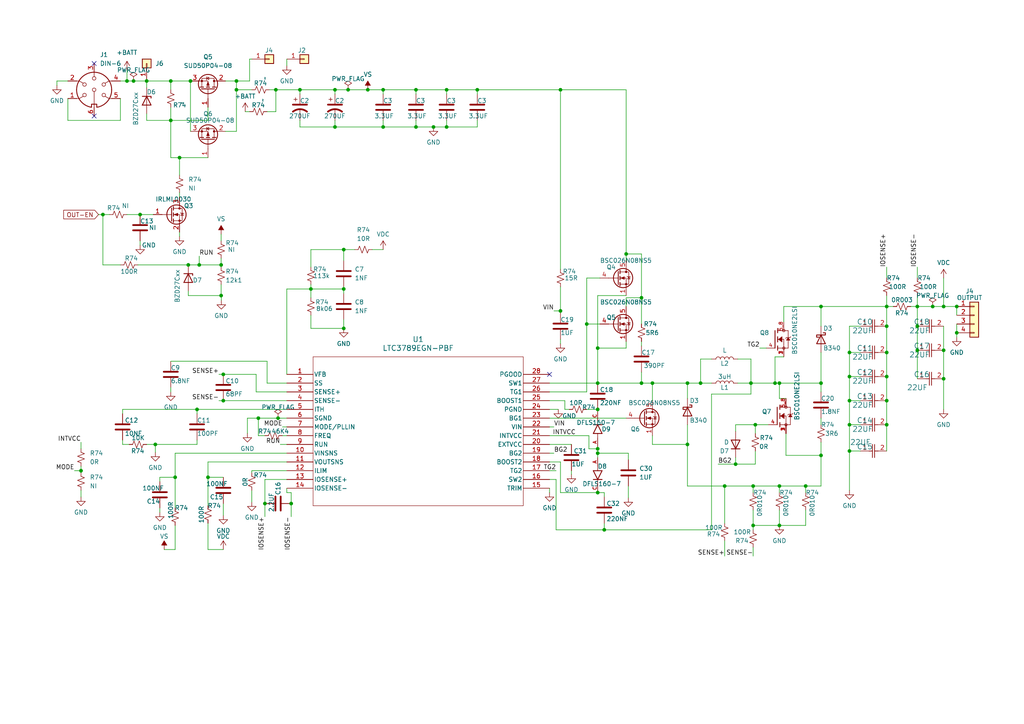
<source format=kicad_sch>
(kicad_sch (version 20230121) (generator eeschema)
  (paper "A4")
  (junction (at 80.01 26.035))
  (junction (at 74.93 121.285))
  (junction (at 219.075 123.19))
  (junction (at 120.65 36.83))
  (junction (at 76.835 146.05))
  (junction (at 273.685 101.6))
  (junction (at 203.2 111.125))
  (junction (at 226.06 152.4))
  (junction (at 173.355 100.965))
  (junction (at 64.135 76.835))
  (junction (at 64.135 85.725))
  (junction (at 218.44 152.4))
  (junction (at 210.185 140.97))
  (junction (at 138.43 26.035))
  (junction (at 55.245 23.495))
  (junction (at 186.055 86.36))
  (junction (at 238.125 132.08))
  (junction (at 246.38 130.81))
  (junction (at 226.06 111.125))
  (junction (at 173.355 118.745))
  (junction (at 84.455 146.05))
  (junction (at 86.995 26.035))
  (junction (at 273.685 109.855))
  (junction (at 238.125 88.9))
  (junction (at 40.64 62.23))
  (junction (at 173.355 131.445))
  (junction (at 257.175 123.19))
  (junction (at 173.355 111.125))
  (junction (at 189.23 111.125))
  (junction (at 257.175 116.205))
  (junction (at 120.65 26.035))
  (junction (at 60.325 138.43))
  (junction (at 217.805 111.125))
  (junction (at 68.58 23.495))
  (junction (at 246.38 109.22))
  (junction (at 57.785 76.835))
  (junction (at 64.77 108.585))
  (junction (at 49.53 34.925))
  (junction (at 162.56 90.17))
  (junction (at 42.545 23.495))
  (junction (at 64.77 116.205))
  (junction (at 266.065 94.615))
  (junction (at 257.175 102.235))
  (junction (at 277.495 96.52))
  (junction (at 57.15 118.745))
  (junction (at 257.175 109.22))
  (junction (at 257.175 88.9))
  (junction (at 173.355 142.875))
  (junction (at 266.065 101.6))
  (junction (at 270.51 88.9))
  (junction (at 36.83 23.495))
  (junction (at 266.065 88.9))
  (junction (at 186.055 111.125))
  (junction (at 238.125 111.125))
  (junction (at 224.79 111.125))
  (junction (at 99.695 83.82))
  (junction (at 199.39 128.905))
  (junction (at 213.36 134.62))
  (junction (at 246.38 102.235))
  (junction (at 173.355 130.175))
  (junction (at 246.38 116.205))
  (junction (at 181.61 73.66))
  (junction (at 175.26 153.67))
  (junction (at 218.44 140.97))
  (junction (at 246.38 123.19))
  (junction (at 97.155 26.035))
  (junction (at 52.07 45.72))
  (junction (at 233.68 140.97))
  (junction (at 80.645 121.285))
  (junction (at 29.845 62.23))
  (junction (at 49.53 23.495))
  (junction (at 68.58 26.035))
  (junction (at 23.495 136.525))
  (junction (at 38.735 23.495))
  (junction (at 100.965 26.035))
  (junction (at 257.175 94.615))
  (junction (at 129.54 36.83))
  (junction (at 199.39 111.125))
  (junction (at 129.54 26.035))
  (junction (at 106.68 26.035))
  (junction (at 97.155 36.83))
  (junction (at 50.8 138.43))
  (junction (at 111.125 36.83))
  (junction (at 111.125 26.035))
  (junction (at 90.17 83.82))
  (junction (at 226.06 140.97))
  (junction (at 45.0596 128.905))
  (junction (at 170.18 93.98))
  (junction (at 99.695 95.25))
  (junction (at 273.685 88.9))
  (junction (at 54.61 76.835))
  (junction (at 99.695 72.39))
  (junction (at 162.56 26.035))
  (junction (at 277.495 88.9))
  (junction (at 125.73 36.83))
  (no_connect (at 27.305 33.655))
  (no_connect (at 159.385 108.585))
  (no_connect (at 27.305 18.415))
  (wire (pts (xy 49.53 31.115) (xy 49.53 34.925)))
  (wire (pts (xy 52.07 45.72) (xy 49.53 45.72)))
  (wire (pts (xy 217.805 114.3) (xy 217.805 111.125)))
  (wire (pts (xy 238.125 88.9) (xy 227.33 88.9)))
  (wire (pts (xy 138.43 26.035) (xy 138.43 27.305)))
  (wire (pts (xy 257.175 77.47) (xy 257.175 80.645)))
  (wire (pts (xy 162.56 142.875) (xy 173.355 142.875)))
  (wire (pts (xy 162.56 133.985) (xy 162.56 142.875)))
  (wire (pts (xy 77.47 104.775) (xy 49.53 104.775)))
  (wire (pts (xy 159.385 139.065) (xy 161.29 139.065)))
  (wire (pts (xy 35.56 128.905) (xy 37.465 128.905)))
  (wire (pts (xy 36.83 62.23) (xy 40.64 62.23)))
  (wire (pts (xy 28.575 62.23) (xy 29.845 62.23)))
  (wire (pts (xy 159.385 121.285) (xy 181.61 121.285)))
  (wire (pts (xy 173.355 130.175) (xy 173.355 131.445)))
  (wire (pts (xy 224.79 111.125) (xy 226.06 111.125)))
  (wire (pts (xy 49.53 45.72) (xy 49.53 34.925)))
  (wire (pts (xy 227.965 132.08) (xy 238.125 132.08)))
  (wire (pts (xy 23.495 128.27) (xy 23.495 130.175)))
  (wire (pts (xy 218.44 147.955) (xy 218.44 152.4)))
  (wire (pts (xy 246.38 102.235) (xy 249.555 102.235)))
  (wire (pts (xy 54.61 76.835) (xy 57.785 76.835)))
  (wire (pts (xy 163.83 116.205) (xy 163.83 118.745)))
  (wire (pts (xy 277.495 93.98) (xy 277.495 96.52)))
  (wire (pts (xy 19.685 28.575) (xy 19.685 34.925)))
  (wire (pts (xy 233.68 140.97) (xy 233.68 142.875)))
  (wire (pts (xy 170.18 93.98) (xy 173.99 93.98)))
  (wire (pts (xy 249.555 94.615) (xy 246.38 94.615)))
  (wire (pts (xy 72.39 17.145) (xy 72.39 23.495)))
  (wire (pts (xy 186.055 73.66) (xy 186.055 86.36)))
  (wire (pts (xy 199.39 111.125) (xy 203.2 111.125)))
  (wire (pts (xy 217.805 111.125) (xy 224.79 111.125)))
  (wire (pts (xy 189.23 128.905) (xy 189.23 126.365)))
  (wire (pts (xy 186.055 99.06) (xy 186.055 100.33)))
  (wire (pts (xy 173.355 111.125) (xy 186.055 111.125)))
  (wire (pts (xy 64.135 67.945) (xy 64.135 69.85)))
  (wire (pts (xy 68.58 23.495) (xy 72.39 23.495)))
  (wire (pts (xy 42.545 128.905) (xy 45.0596 128.905)))
  (wire (pts (xy 44.45 62.23) (xy 40.64 62.23)))
  (wire (pts (xy 60.325 138.43) (xy 60.325 146.685)))
  (wire (pts (xy 38.735 23.495) (xy 42.545 23.495)))
  (wire (pts (xy 210.185 140.97) (xy 210.185 151.765)))
  (wire (pts (xy 213.36 134.62) (xy 213.36 132.715)))
  (wire (pts (xy 64.77 108.585) (xy 74.295 108.585)))
  (wire (pts (xy 182.245 131.445) (xy 173.355 131.445)))
  (wire (pts (xy 64.135 74.93) (xy 64.135 76.835)))
  (wire (pts (xy 219.075 123.19) (xy 219.075 125.73)))
  (wire (pts (xy 52.07 67.31) (xy 52.07 68.58)))
  (wire (pts (xy 226.06 111.125) (xy 238.125 111.125)))
  (wire (pts (xy 21.59 136.525) (xy 23.495 136.525)))
  (wire (pts (xy 257.175 123.19) (xy 257.175 130.81)))
  (wire (pts (xy 206.375 114.3) (xy 217.805 114.3)))
  (wire (pts (xy 80.01 32.385) (xy 80.01 26.035)))
  (wire (pts (xy 203.2 111.125) (xy 206.375 111.125)))
  (wire (pts (xy 77.47 32.385) (xy 80.01 32.385)))
  (wire (pts (xy 36.83 23.495) (xy 38.735 23.495)))
  (wire (pts (xy 227.33 88.9) (xy 227.33 93.345)))
  (wire (pts (xy 266.065 85.725) (xy 266.065 88.9)))
  (wire (pts (xy 181.61 100.965) (xy 173.355 100.965)))
  (wire (pts (xy 84.455 142.875) (xy 84.455 146.05)))
  (wire (pts (xy 76.835 146.05) (xy 76.835 139.065)))
  (wire (pts (xy 73.025 142.24) (xy 73.025 145.6182)))
  (wire (pts (xy 217.805 104.14) (xy 217.805 111.125)))
  (wire (pts (xy 57.15 118.745) (xy 83.185 118.745)))
  (wire (pts (xy 257.175 88.9) (xy 238.125 88.9)))
  (wire (pts (xy 64.135 82.55) (xy 64.135 85.725)))
  (wire (pts (xy 138.43 26.035) (xy 162.56 26.035)))
  (wire (pts (xy 213.995 111.125) (xy 217.805 111.125)))
  (wire (pts (xy 83.185 142.875) (xy 84.455 142.875)))
  (wire (pts (xy 246.38 109.22) (xy 246.38 116.205)))
  (wire (pts (xy 270.51 88.9) (xy 273.685 88.9)))
  (wire (pts (xy 161.29 139.065) (xy 161.29 153.67)))
  (wire (pts (xy 111.125 26.035) (xy 111.125 27.305)))
  (wire (pts (xy 266.065 94.615) (xy 266.065 101.6)))
  (wire (pts (xy 46.355 147.32) (xy 46.355 148.59)))
  (wire (pts (xy 100.965 26.035) (xy 106.68 26.035)))
  (wire (pts (xy 159.385 126.365) (xy 170.815 126.365)))
  (wire (pts (xy 84.455 146.05) (xy 84.455 149.86)))
  (wire (pts (xy 186.055 111.125) (xy 189.23 111.125)))
  (wire (pts (xy 219.075 123.19) (xy 222.885 123.19)))
  (wire (pts (xy 227.965 125.73) (xy 227.965 132.08)))
  (wire (pts (xy 175.26 142.875) (xy 175.26 144.145)))
  (wire (pts (xy 60.325 34.925) (xy 49.53 34.925)))
  (wire (pts (xy 54.61 84.455) (xy 54.61 85.725)))
  (wire (pts (xy 175.26 151.765) (xy 175.26 153.67)))
  (wire (pts (xy 64.77 116.205) (xy 83.185 116.205)))
  (wire (pts (xy 175.26 153.67) (xy 206.375 153.67)))
  (wire (pts (xy 173.355 129.54) (xy 173.355 130.175)))
  (wire (pts (xy 181.61 85.725) (xy 173.355 85.725)))
  (wire (pts (xy 246.38 94.615) (xy 246.38 102.235)))
  (wire (pts (xy 35.56 118.745) (xy 57.15 118.745)))
  (wire (pts (xy 170.815 126.365) (xy 170.815 130.175)))
  (wire (pts (xy 90.17 91.44) (xy 90.17 95.25)))
  (wire (pts (xy 246.38 123.19) (xy 249.555 123.19)))
  (wire (pts (xy 40.005 76.835) (xy 54.61 76.835)))
  (wire (pts (xy 42.545 23.495) (xy 49.53 23.495)))
  (wire (pts (xy 238.125 88.9) (xy 238.125 94.615)))
  (wire (pts (xy 162.56 98.425) (xy 162.56 99.695)))
  (wire (pts (xy 199.39 123.19) (xy 199.39 128.905)))
  (wire (pts (xy 273.685 88.9) (xy 277.495 88.9)))
  (wire (pts (xy 52.07 55.88) (xy 52.07 57.15)))
  (wire (pts (xy 64.1858 87.122) (xy 64.1858 85.725)))
  (wire (pts (xy 60.325 138.43) (xy 60.325 133.985)))
  (wire (pts (xy 16.51 23.495) (xy 19.685 23.495)))
  (wire (pts (xy 90.17 72.39) (xy 99.695 72.39)))
  (wire (pts (xy 120.65 26.035) (xy 129.54 26.035)))
  (wire (pts (xy 23.495 136.525) (xy 23.495 137.16)))
  (wire (pts (xy 159.385 116.205) (xy 163.83 116.205)))
  (wire (pts (xy 219.075 130.81) (xy 219.075 134.62)))
  (wire (pts (xy 257.175 109.22) (xy 257.175 116.205)))
  (wire (pts (xy 64.1858 85.725) (xy 64.135 85.725)))
  (wire (pts (xy 81.915 123.825) (xy 83.185 123.825)))
  (wire (pts (xy 159.385 131.445) (xy 160.655 131.445)))
  (wire (pts (xy 83.185 17.145) (xy 83.185 19.05)))
  (wire (pts (xy 182.245 140.97) (xy 182.245 144.399)))
  (wire (pts (xy 199.39 140.97) (xy 199.39 128.905)))
  (wire (pts (xy 78.105 26.035) (xy 80.01 26.035)))
  (wire (pts (xy 60.325 138.43) (xy 64.77 138.43)))
  (wire (pts (xy 222.25 100.965) (xy 220.345 100.965)))
  (wire (pts (xy 57.785 74.295) (xy 57.785 76.835)))
  (wire (pts (xy 16.51 24.765) (xy 16.51 23.495)))
  (wire (pts (xy 86.995 26.035) (xy 86.995 27.305)))
  (wire (pts (xy 99.695 92.71) (xy 99.695 95.25)))
  (wire (pts (xy 173.355 118.745) (xy 173.355 119.38)))
  (wire (pts (xy 257.175 85.725) (xy 257.175 88.9)))
  (wire (pts (xy 226.06 140.97) (xy 226.06 142.875)))
  (wire (pts (xy 170.18 118.745) (xy 173.355 118.745)))
  (wire (pts (xy 63.5 116.205) (xy 64.77 116.205)))
  (wire (pts (xy 257.175 88.9) (xy 257.175 94.615)))
  (wire (pts (xy 170.815 130.175) (xy 173.355 130.175)))
  (wire (pts (xy 189.23 111.125) (xy 189.23 116.205)))
  (wire (pts (xy 71.755 121.285) (xy 71.755 125.6792)))
  (wire (pts (xy 173.355 100.965) (xy 173.355 111.125)))
  (wire (pts (xy 52.07 45.72) (xy 52.07 50.8)))
  (wire (pts (xy 65.405 23.495) (xy 68.58 23.495)))
  (wire (pts (xy 159.385 128.905) (xy 165.735 128.905)))
  (wire (pts (xy 46.355 138.43) (xy 46.355 139.7)))
  (wire (pts (xy 99.695 72.39) (xy 102.87 72.39)))
  (wire (pts (xy 111.125 34.925) (xy 111.125 36.83)))
  (wire (pts (xy 277.495 88.9) (xy 277.495 91.44)))
  (wire (pts (xy 97.155 26.035) (xy 100.965 26.035)))
  (wire (pts (xy 227.33 103.505) (xy 224.79 103.505)))
  (wire (pts (xy 226.06 140.97) (xy 218.44 140.97)))
  (wire (pts (xy 213.36 125.095) (xy 213.36 123.19)))
  (wire (pts (xy 42.545 34.925) (xy 42.545 33.02)))
  (wire (pts (xy 129.54 36.83) (xy 138.43 36.83)))
  (wire (pts (xy 29.845 76.835) (xy 34.925 76.835)))
  (wire (pts (xy 90.17 83.82) (xy 90.17 86.36)))
  (wire (pts (xy 218.44 158.75) (xy 218.44 161.29)))
  (wire (pts (xy 186.055 107.95) (xy 186.055 111.125)))
  (wire (pts (xy 73.025 137.16) (xy 73.025 136.525)))
  (wire (pts (xy 50.8 152.4) (xy 50.8 159.385)))
  (wire (pts (xy 181.61 99.06) (xy 181.61 100.965)))
  (wire (pts (xy 162.56 90.17) (xy 160.655 90.17)))
  (wire (pts (xy 246.38 130.81) (xy 246.38 142.24)))
  (wire (pts (xy 226.06 115.57) (xy 226.06 111.125)))
  (wire (pts (xy 73.025 136.525) (xy 83.185 136.525)))
  (wire (pts (xy 83.185 111.125) (xy 77.47 111.125)))
  (wire (pts (xy 111.125 26.035) (xy 120.65 26.035)))
  (wire (pts (xy 273.685 94.615) (xy 273.685 101.6)))
  (wire (pts (xy 266.065 88.9) (xy 270.51 88.9)))
  (wire (pts (xy 68.58 26.035) (xy 68.58 38.1)))
  (wire (pts (xy 218.44 152.4) (xy 218.44 153.67)))
  (wire (pts (xy 50.8 131.445) (xy 83.185 131.445)))
  (wire (pts (xy 60.325 133.985) (xy 83.185 133.985)))
  (wire (pts (xy 19.685 34.925) (xy 34.925 34.925)))
  (wire (pts (xy 257.175 116.205) (xy 257.175 123.19)))
  (wire (pts (xy 86.995 26.035) (xy 97.155 26.035)))
  (wire (pts (xy 49.53 112.395) (xy 49.53 113.665)))
  (wire (pts (xy 81.915 126.365) (xy 83.185 126.365)))
  (wire (pts (xy 161.29 136.525) (xy 159.385 136.525)))
  (wire (pts (xy 238.125 132.08) (xy 238.125 140.97)))
  (wire (pts (xy 60.325 45.72) (xy 52.07 45.72)))
  (wire (pts (xy 206.375 153.67) (xy 206.375 114.3)))
  (wire (pts (xy 224.79 103.505) (xy 224.79 111.125)))
  (wire (pts (xy 54.61 85.725) (xy 64.135 85.725)))
  (wire (pts (xy 173.355 85.725) (xy 173.355 100.965)))
  (wire (pts (xy 97.155 34.925) (xy 97.155 36.83)))
  (wire (pts (xy 199.39 128.905) (xy 189.23 128.905)))
  (wire (pts (xy 46.355 138.43) (xy 50.8 138.43)))
  (wire (pts (xy 161.29 153.67) (xy 175.26 153.67)))
  (wire (pts (xy 83.185 141.605) (xy 83.185 142.875)))
  (wire (pts (xy 74.93 121.285) (xy 80.645 121.285)))
  (wire (pts (xy 159.385 118.745) (xy 161.925 118.745)))
  (wire (pts (xy 36.83 20.32) (xy 36.83 23.495)))
  (wire (pts (xy 83.185 108.585) (xy 83.185 83.82)))
  (wire (pts (xy 199.39 111.125) (xy 199.39 115.57)))
  (wire (pts (xy 264.16 88.9) (xy 266.065 88.9)))
  (wire (pts (xy 68.58 26.035) (xy 73.025 26.035)))
  (wire (pts (xy 213.995 104.14) (xy 217.805 104.14)))
  (wire (pts (xy 90.17 83.82) (xy 99.695 83.82)))
  (wire (pts (xy 246.38 102.235) (xy 246.38 109.22)))
  (wire (pts (xy 99.695 72.39) (xy 99.695 75.565)))
  (wire (pts (xy 97.155 36.83) (xy 111.125 36.83)))
  (wire (pts (xy 257.175 102.235) (xy 257.175 109.22)))
  (wire (pts (xy 83.185 83.82) (xy 90.17 83.82)))
  (wire (pts (xy 238.125 132.08) (xy 238.125 128.27)))
  (wire (pts (xy 246.38 116.205) (xy 249.555 116.205)))
  (wire (pts (xy 246.38 116.205) (xy 246.38 123.19)))
  (wire (pts (xy 218.44 140.97) (xy 218.44 142.875)))
  (wire (pts (xy 49.53 23.495) (xy 55.245 23.495)))
  (wire (pts (xy 186.055 86.36) (xy 186.055 93.98)))
  (wire (pts (xy 29.845 62.23) (xy 31.75 62.23)))
  (wire (pts (xy 90.17 95.25) (xy 99.695 95.25)))
  (wire (pts (xy 186.055 73.66) (xy 181.61 73.66)))
  (wire (pts (xy 80.645 121.285) (xy 83.185 121.285)))
  (wire (pts (xy 210.185 140.97) (xy 199.39 140.97)))
  (wire (pts (xy 81.28 128.905) (xy 83.185 128.905)))
  (wire (pts (xy 34.925 34.925) (xy 34.925 28.575)))
  (wire (pts (xy 259.08 88.9) (xy 257.175 88.9)))
  (wire (pts (xy 45.0596 128.905) (xy 57.15 128.905)))
  (wire (pts (xy 77.47 111.125) (xy 77.47 104.775)))
  (wire (pts (xy 246.38 130.81) (xy 249.555 130.81)))
  (wire (pts (xy 210.185 156.845) (xy 210.185 161.29)))
  (wire (pts (xy 226.06 152.4) (xy 233.68 152.4)))
  (wire (pts (xy 159.385 111.125) (xy 173.355 111.125)))
  (wire (pts (xy 45.0596 128.905) (xy 45.0596 131.191)))
  (wire (pts (xy 203.2 104.14) (xy 206.375 104.14)))
  (wire (pts (xy 47.625 159.385) (xy 50.8 159.385)))
  (wire (pts (xy 266.065 101.6) (xy 266.065 109.855)))
  (wire (pts (xy 76.835 146.05) (xy 76.835 149.86)))
  (wire (pts (xy 129.54 34.925) (xy 129.54 36.83)))
  (wire (pts (xy 64.135 76.835) (xy 64.135 77.47)))
  (wire (pts (xy 106.68 26.035) (xy 111.125 26.035)))
  (wire (pts (xy 50.8 138.43) (xy 50.8 147.32)))
  (wire (pts (xy 170.18 80.645) (xy 170.18 93.98)))
  (wire (pts (xy 246.38 109.22) (xy 249.555 109.22)))
  (wire (pts (xy 218.44 152.4) (xy 226.06 152.4)))
  (wire (pts (xy 257.175 94.615) (xy 257.175 102.235)))
  (wire (pts (xy 246.38 123.19) (xy 246.38 130.81)))
  (wire (pts (xy 64.77 159.385) (xy 60.325 159.385)))
  (wire (pts (xy 80.01 26.035) (xy 86.995 26.035)))
  (wire (pts (xy 97.155 26.035) (xy 97.155 27.305)))
  (wire (pts (xy 125.73 36.83) (xy 129.54 36.83)))
  (wire (pts (xy 159.385 113.665) (xy 170.18 113.665)))
  (wire (pts (xy 181.61 88.9) (xy 181.61 86.36)))
  (wire (pts (xy 68.58 23.495) (xy 68.58 26.035)))
  (wire (pts (xy 120.65 36.83) (xy 125.73 36.83)))
  (wire (pts (xy 233.68 152.4) (xy 233.68 147.955)))
  (wire (pts (xy 163.83 118.745) (xy 165.1 118.745)))
  (wire (pts (xy 23.495 142.24) (xy 23.495 144.145)))
  (wire (pts (xy 159.385 123.825) (xy 160.655 123.825)))
  (wire (pts (xy 159.385 141.605) (xy 159.385 142.875)))
  (wire (pts (xy 76.835 139.065) (xy 83.185 139.065)))
  (wire (pts (xy 233.68 140.97) (xy 226.06 140.97)))
  (wire (pts (xy 173.355 131.445) (xy 173.355 132.715)))
  (wire (pts (xy 42.545 34.925) (xy 49.53 34.925)))
  (wire (pts (xy 277.495 96.52) (xy 277.495 97.79)))
  (wire (pts (xy 23.495 135.255) (xy 23.495 136.525)))
  (wire (pts (xy 238.125 140.97) (xy 233.68 140.97)))
  (wire (pts (xy 170.18 93.98) (xy 170.18 113.665)))
  (wire (pts (xy 165.735 136.525) (xy 165.735 137.5918)))
  (wire (pts (xy 57.785 76.835) (xy 64.135 76.835)))
  (wire (pts (xy 120.65 26.035) (xy 120.65 27.305)))
  (wire (pts (xy 49.53 23.495) (xy 49.53 26.035)))
  (wire (pts (xy 29.845 62.23) (xy 29.845 76.835)))
  (wire (pts (xy 34.925 23.495) (xy 36.83 23.495)))
  (wire (pts (xy 74.295 108.585) (xy 74.295 113.665)))
  (wire (pts (xy 120.65 34.925) (xy 120.65 36.83)))
  (wire (pts (xy 73.025 17.145) (xy 72.39 17.145)))
  (wire (pts (xy 238.125 121.285) (xy 238.125 123.19)))
  (wire (pts (xy 162.56 90.17) (xy 162.56 90.805)))
  (wire (pts (xy 189.23 111.125) (xy 199.39 111.125)))
  (wire (pts (xy 181.61 73.66) (xy 181.61 75.565)))
  (wire (pts (xy 273.685 80.645) (xy 273.685 88.9)))
  (wire (pts (xy 86.995 34.925) (xy 86.995 36.83)))
  (wire (pts (xy 65.405 38.1) (xy 68.58 38.1)))
  (wire (pts (xy 76.835 126.365) (xy 74.93 126.365)))
  (wire (pts (xy 162.56 83.185) (xy 162.56 90.17)))
  (wire (pts (xy 60.325 151.765) (xy 60.325 159.385)))
  (wire (pts (xy 138.43 36.83) (xy 138.43 34.925)))
  (wire (pts (xy 71.755 121.285) (xy 74.93 121.285)))
  (wire (pts (xy 99.695 83.82) (xy 99.695 85.09)))
  (wire (pts (xy 213.36 123.19) (xy 219.075 123.19)))
  (wire (pts (xy 60.325 31.115) (xy 60.325 34.925)))
  (wire (pts (xy 173.99 80.645) (xy 170.18 80.645)))
  (wire (pts (xy 90.17 82.55) (xy 90.17 83.82)))
  (wire (pts (xy 40.64 69.85) (xy 40.64 71.12)))
  (wire (pts (xy 50.8 131.445) (xy 50.8 138.43)))
  (wire (pts (xy 227.965 115.57) (xy 226.06 115.57)))
  (wire (pts (xy 74.295 113.665) (xy 83.185 113.665)))
  (wire (pts (xy 71.12 32.385) (xy 72.39 32.385)))
  (wire (pts (xy 57.15 118.745) (xy 57.15 120.015)))
  (wire (pts (xy 42.545 23.495) (xy 42.545 25.4)))
  (wire (pts (xy 57.15 127.635) (xy 57.15 128.905)))
  (wire (pts (xy 218.44 140.97) (xy 210.185 140.97)))
  (wire (pts (xy 86.995 36.83) (xy 97.155 36.83)))
  (wire (pts (xy 181.61 86.36) (xy 186.055 86.36)))
  (wire (pts (xy 208.28 134.62) (xy 213.36 134.62)))
  (wire (pts (xy 238.125 111.125) (xy 238.125 113.665)))
  (wire (pts (xy 99.695 83.185) (xy 99.695 83.82)))
  (wire (pts (xy 162.56 78.105) (xy 162.56 26.035)))
  (wire (pts (xy 273.685 109.855) (xy 273.685 118.745)))
  (wire (pts (xy 64.77 146.05) (xy 64.77 149.4536)))
  (wire (pts (xy 129.54 26.035) (xy 138.43 26.035)))
  (wire (pts (xy 90.17 77.47) (xy 90.17 72.39)))
  (wire (pts (xy 63.5 108.585) (xy 64.77 108.585)))
  (wire (pts (xy 238.125 102.235) (xy 238.125 111.125)))
  (wire (pts (xy 266.065 88.9) (xy 266.065 94.615)))
  (wire (pts (xy 219.075 134.62) (xy 213.36 134.62)))
  (wire (pts (xy 266.065 77.47) (xy 266.065 80.645)))
  (wire (pts (xy 182.245 133.35) (xy 182.245 131.445)))
  (wire (pts (xy 226.06 147.955) (xy 226.06 152.4)))
  (wire (pts (xy 35.56 118.745) (xy 35.56 120.015)))
  (wire (pts (xy 129.54 26.035) (xy 129.54 27.305)))
  (wire (pts (xy 55.245 23.495) (xy 55.245 38.1)))
  (wire (pts (xy 203.2 104.14) (xy 203.2 111.125)))
  (wire (pts (xy 173.355 142.875) (xy 175.26 142.875)))
  (wire (pts (xy 111.125 36.83) (xy 120.65 36.83)))
  (wire (pts (xy 35.56 127.635) (xy 35.56 128.905)))
  (wire (pts (xy 181.61 26.035) (xy 181.61 73.66)))
  (wire (pts (xy 107.95 72.39) (xy 111.125 72.39)))
  (wire (pts (xy 162.56 26.035) (xy 181.61 26.035)))
  (wire (pts (xy 273.685 101.6) (xy 273.685 109.855)))
  (wire (pts (xy 74.93 126.365) (xy 74.93 121.285)))
  (wire (pts (xy 159.385 133.985) (xy 162.56 133.985)))
  (label "TG2" (at 161.29 136.525 180))
  (label "SENSE-" (at 63.5 116.205 180))
  (label "SENSE+" (at 63.5 108.585 180))
  (label "INTVCC" (at 23.495 128.27 180))
  (label "INTVCC" (at 167.005 126.365 180))
  (label "MODE" (at 81.915 123.825 180))
  (label "SENSE+" (at 210.185 161.29 180))
  (label "RUN" (at 57.785 74.295 0))
  (label "IOSENSE-" (at 84.455 149.86 270))
  (label "RUN" (at 81.28 128.905 180))
  (label "MODE" (at 21.59 136.525 180))
  (label "TG2" (at 220.345 100.965 180))
  (label "IOSENSE+" (at 76.835 149.86 270))
  (label "BG2" (at 160.655 131.445 0))
  (label "BG2" (at 208.28 134.62 0))
  (label "VIN" (at 160.655 123.825 0))
  (label "VIN" (at 160.655 90.17 180))
  (label "SENSE-" (at 218.44 161.29 180))
  (label "IOSENSE-" (at 266.065 77.47 90))
  (label "IOSENSE+" (at 257.175 77.47 90))
  (global_label "OUT-EN" (shape input) (at 28.575 62.23 180) (property "Intersheetrefs" "${INTERSHEET_REFS}" (effects hide)))
  (symbol (lib_id "Device:R_Small_US") (at 37.465 76.835 270) (unit 1)
    (property "Reference" "R74" (at 38.1 74.93 90))
    (property "Value" "100R" (at 37.465 78.74 90))
    (property "Footprint" "Resistor_SMD:R_0201_0603Metric" (effects hide))
    (property "MANUFACTURER" "YAGEO" (effects hide))
    (property "MANUFACTURER PARTNO" "RC0402FR-0720KL" (effects hide))
    (instances (project "BoardPowerSupply" (path "" (reference "R74") (unit 1))) (project "SN-951 " (path "" (reference "R13") (unit 1)) (path "" (reference "R35") (unit 1))))
  )
  (symbol (lib_id "2023-10-25_15-46-47:LTC3789EGN-PBF") (at 83.185 108.585 0) (unit 1)
    (property "Reference" "U1" (at 121.285 98.425 0) (effects (font (size 1.524 1.524))))
    (property "Value" "LTC3789EGN-PBF" (at 121.285 100.965 0) (effects (font (size 1.524 1.524))))
    (property "Footprint" "footprints:SSOP-28_GN_LIT" (effects hide))
    (property "Datasheet" "LTC3789EGN-PBF" (effects hide))
    (instances (project "SN-951 " (path "" (reference "U1") (unit 1)) (path "" (reference "U2") (unit 1))))
  )
  (symbol (lib_id "Device:C") (at 182.245 137.16 0) (unit 1)
    (property "Reference" "C30" (at 185.42 135.89 0) (effects (justify left)))
    (property "Value" "1UF" (at 185.42 138.43 0) (effects (justify left)))
    (property "Footprint" "Capacitor_SMD:C_1210_3225Metric" (effects hide))
    (instances (project "SN-951 " (path "" (reference "C30") (unit 1)) (path "" (reference "C53") (unit 1))))
  )
  (symbol (lib_id "Transistor_FET:BSC026N08NS5") (at 179.07 80.645 0) (unit 1)
    (property "Reference" "Q4" (at 175.895 77.47 0) (effects (justify left)))
    (property "Value" "BSC026N08NS5" (at 173.99 75.565 0) (effects (justify left)))
    (property "Footprint" "Package_TO_SOT_SMD:TDSON-8-1" (effects hide))
    (property "Datasheet" "http://www.infineon.com/dgdl/Infineon-BSC026N08NS5-DS-v02_01-EN.pdf?fileId=5546d4624ad04ef9014ae2eace7629e0" (effects hide))
    (instances (project "SN-951 " (path "" (reference "Q4") (unit 1)) (path "" (reference "Q12") (unit 1))))
  )
  (symbol (lib_id "Device:R_Small_US") (at 50.8 149.86 0) (unit 1)
    (property "Reference" "R74" (at 54.61 147.32 0) (effects (justify right)))
    (property "Value" "100R" (at 49.53 145.415 90) (effects (justify right)))
    (property "Footprint" "Resistor_SMD:R_0201_0603Metric" (effects hide))
    (property "MANUFACTURER" "YAGEO" (effects hide))
    (property "MANUFACTURER PARTNO" "RC0402FR-0720KL" (effects hide))
    (instances (project "BoardPowerSupply" (path "" (reference "R74") (unit 1))) (project "SN-951 " (path "" (reference "R16") (unit 1)) (path "" (reference "R41") (unit 1))))
  )
  (symbol (lib_id "Device:C") (at 99.695 79.375 0) (unit 1)
    (property "Reference" "C7" (at 102.87 78.105 0) (effects (justify left)))
    (property "Value" "1NF" (at 102.87 80.645 0) (effects (justify left)))
    (property "Footprint" "Capacitor_SMD:C_0201_0603Metric" (effects hide))
    (instances (project "SN-951 " (path "" (reference "C7") (unit 1)) (path "" (reference "C43") (unit 1))))
  )
  (symbol (lib_id "Device:R_Small_US") (at 162.56 80.645 180) (unit 1)
    (property "Reference" "R74" (at 163.195 78.74 0) (effects (justify right)))
    (property "Value" "15R" (at 167.64 80.645 0) (effects (justify left)))
    (property "Footprint" "Resistor_SMD:R_0201_0603Metric" (effects hide))
    (property "MANUFACTURER" "YAGEO" (effects hide))
    (property "MANUFACTURER PARTNO" "RC0402FR-0720KL" (effects hide))
    (instances (project "BoardPowerSupply" (path "" (reference "R74") (unit 1))) (project "SN-951 " (path "" (reference "R21") (unit 1)) (path "" (reference "R50") (unit 1))))
  )
  (symbol (lib_id "power:GND") (at 45.0596 131.191 0) (unit 1)
    (property "Reference" "#PWR03" (effects hide))
    (property "Value" "GND" (at 45.0596 135.636 0))
    (instances (project "SN-951 " (path "" (reference "#PWR03") (unit 1)) (path "" (reference "#PWR030") (unit 1))))
  )
  (symbol (lib_id "power:GND") (at 64.77 149.4536 0) (unit 1)
    (property "Reference" "#PWR03" (effects hide))
    (property "Value" "GND" (at 64.77 153.8986 0))
    (instances (project "SN-951 " (path "" (reference "#PWR03") (unit 1)) (path "" (reference "#PWR033") (unit 1))))
  )
  (symbol (lib_id "Device:R_Small_US") (at 210.185 154.305 0) (unit 1)
    (property "Reference" "R74" (at 208.915 154.94 0) (effects (justify right)))
    (property "Value" "100R" (at 204.47 153.035 0) (effects (justify left)))
    (property "Footprint" "Resistor_SMD:R_0201_0603Metric" (effects hide))
    (property "MANUFACTURER" "YAGEO" (effects hide))
    (property "MANUFACTURER PARTNO" "RC0402FR-0720KL" (effects hide))
    (instances (project "BoardPowerSupply" (path "" (reference "R74") (unit 1))) (project "SN-951 " (path "" (reference "R29") (unit 1)) (path "" (reference "R53") (unit 1))))
  )
  (symbol (lib_id "Connector_Generic:Conn_01x01") (at 42.545 18.415 90) (unit 1)
    (property "Reference" "J6" (at 45.085 18.415 90) (effects (justify right)))
    (property "Value" "Conn_01x01" (effects hide))
    (property "Footprint" "Connector_PinHeader_2.54mm:PinHeader_1x01_P2.54mm_Vertical" (effects hide))
    (instances (project "SN-951 " (path "" (reference "J6") (unit 1)) (path "" (reference "J8") (unit 1))))
  )
  (symbol (lib_id "Device:R_Small_US") (at 40.005 128.905 270) (unit 1)
    (property "Reference" "R74" (at 41.91 130.81 90) (effects (justify right)))
    (property "Value" "10K" (at 38.1 127 90) (effects (justify left)))
    (property "Footprint" "Resistor_SMD:R_0201_0603Metric" (effects hide))
    (property "MANUFACTURER" "YAGEO" (effects hide))
    (property "MANUFACTURER PARTNO" "RC0402FR-0720KL" (effects hide))
    (instances (project "BoardPowerSupply" (path "" (reference "R74") (unit 1))) (project "SN-951 " (path "" (reference "R7") (unit 1)) (path "" (reference "R36") (unit 1))))
  )
  (symbol (lib_id "power:PWR_FLAG") (at 38.735 23.495 0) (unit 1)
    (property "Reference" "#FLG01" (effects hide))
    (property "Value" "PWR_FLAG" (at 38.735 20.32 0))
  )
  (symbol (lib_name "C3216X5R1V226M160AC_1") (lib_id "2023-10-27_11-47-47:C3216X5R1V226M160AC") (at 266.065 101.6 0) (unit 1)
    (property "Reference" "C17" (at 267.335 100.33 0) (effects (font (size 1.524 1.524))))
    (property "Value" "22UF" (at 266.7 102.87 0) (effects (font (size 1.524 1.524))))
    (property "Footprint" "Capacitor_SMD:C_1210_3225Metric" (effects hide))
    (property "Datasheet" "C3216X5R1V226M160AC" (effects hide))
  )
  (symbol (lib_id "power:VS") (at 64.135 67.945 0) (unit 1)
    (property "Reference" "#PWR021" (effects hide))
    (property "Value" "VS" (at 64.135 63.5 0))
  )
  (symbol (lib_id "Device:R_Small_US") (at 23.495 132.715 180) (unit 1)
    (property "Reference" "R74" (at 26.035 131.445 0) (effects (justify right)))
    (property "Value" "0R" (at 26.035 133.985 0) (effects (justify right)))
    (property "Footprint" "Resistor_SMD:R_0201_0603Metric" (effects hide))
    (property "MANUFACTURER" "YAGEO" (effects hide))
    (property "MANUFACTURER PARTNO" "RC0402FR-0720KL" (effects hide))
    (instances (project "BoardPowerSupply" (path "" (reference "R74") (unit 1))) (project "SN-951 " (path "" (reference "R8") (unit 1)) (path "" (reference "R32") (unit 1))))
  )
  (symbol (lib_id "Device:L") (at 210.185 104.14 90) (unit 1)
    (property "Reference" "L2" (at 210.185 105.41 90))
    (property "Value" "L" (at 210.185 101.6 90))
    (property "Footprint" "Inductor_SMD:L_12x12mm_H8mm" (effects hide))
    (instances (project "SN-951 " (path "" (reference "L2") (unit 1)) (path "" (reference "L3") (unit 1))))
  )
  (symbol (lib_id "Device:C") (at 57.15 123.825 0) (unit 1)
    (property "Reference" "C11" (at 57.15 121.92 0) (effects (justify left)))
    (property "Value" "100PF" (at 57.15 125.73 0) (effects (justify left)))
    (property "Footprint" "Capacitor_SMD:C_0201_0603Metric" (effects hide))
    (instances (project "SN-951 " (path "" (reference "C11") (unit 1)) (path "" (reference "C37") (unit 1))))
  )
  (symbol (lib_id "Device:C") (at 186.055 104.14 0) (unit 1)
    (property "Reference" "C17" (at 186.055 102.235 0) (effects (justify left)))
    (property "Value" "390PF" (at 186.69 106.045 0) (effects (justify left)))
    (property "Footprint" "Capacitor_SMD:C_1206_3216Metric" (effects hide))
    (instances (project "SN-951 " (path "" (reference "C17") (unit 1)) (path "" (reference "C54") (unit 1))))
  )
  (symbol (lib_id "power:GND") (at 83.185 19.05 0) (unit 1)
    (property "Reference" "#PWR02" (effects hide))
    (property "Value" "GND" (at 83.185 23.495 0))
    (instances (project "SN-951 " (path "" (reference "#PWR02") (unit 1)) (path "" (reference "#PWR034") (unit 1))))
  )
  (symbol (lib_id "Device:R_Small_US") (at 218.44 145.415 180) (unit 1)
    (property "Reference" "R74" (at 218.44 142.875 0) (effects (justify right)))
    (property "Value" "0R010" (at 220.345 143.51 90) (effects (justify left)))
    (property "Footprint" "Resistor_SMD:R_2512_6332Metric" (effects hide))
    (property "MANUFACTURER" "YAGEO" (effects hide))
    (property "MANUFACTURER PARTNO" "RC0402FR-0720KL" (effects hide))
    (instances (project "BoardPowerSupply" (path "" (reference "R74") (unit 1))) (project "SN-951 " (path "" (reference "R28") (unit 1)) (path "" (reference "R54") (unit 1))))
  )
  (symbol (lib_id "Device:R_Small_US") (at 60.325 149.225 0) (unit 1)
    (property "Reference" "R74" (at 64.135 146.685 0) (effects (justify right)))
    (property "Value" "100R" (at 58.42 146.685 90) (effects (justify right)))
    (property "Footprint" "Resistor_SMD:R_0201_0603Metric" (effects hide))
    (property "MANUFACTURER" "YAGEO" (effects hide))
    (property "MANUFACTURER PARTNO" "RC0402FR-0720KL" (effects hide))
    (instances (project "BoardPowerSupply" (path "" (reference "R74") (unit 1))) (project "SN-951 " (path "" (reference "R17") (unit 1)) (path "" (reference "R42") (unit 1))))
  )
  (symbol (lib_name "C3216X5R1V226M160AC_1") (lib_id "2023-10-27_11-47-47:C3216X5R1V226M160AC") (at 266.065 94.615 0) (unit 1)
    (property "Reference" "C18" (at 267.335 93.345 0) (effects (font (size 1.524 1.524))))
    (property "Value" "22UF" (at 266.7 95.885 0) (effects (font (size 1.524 1.524))))
    (property "Footprint" "Capacitor_SMD:C_1210_3225Metric" (effects hide))
    (property "Datasheet" "C3216X5R1V226M160AC" (effects hide))
  )
  (symbol (lib_id "power:+BATT") (at 71.12 32.385 0) (unit 1)
    (property "Reference" "#PWR018" (effects hide))
    (property "Value" "+BATT" (at 71.12 27.94 0))
  )
  (symbol (lib_id "Device:C") (at 99.695 88.9 0) (unit 1)
    (property "Reference" "C8" (at 102.87 87.63 0) (effects (justify left)))
    (property "Value" "1NF" (at 102.87 90.17 0) (effects (justify left)))
    (property "Footprint" "Capacitor_SMD:C_0201_0603Metric" (effects hide))
    (instances (project "SN-951 " (path "" (reference "C8") (unit 1)) (path "" (reference "C44") (unit 1))))
  )
  (symbol (lib_id "Connector:DIN-6") (at 27.305 26.035 0) (unit 1)
    (property "Reference" "J1" (at 28.9561 15.875 0) (effects (justify left)))
    (property "Value" "DIN-6" (at 28.9561 18.415 0) (effects (justify left)))
    (property "Footprint" "SC-C-179495 Footprint:SC-C-179495_HEADER" (effects hide))
    (instances (project "SN-951 " (path "" (reference "J1") (unit 1)) (path "" (reference "J7") (unit 1))))
  )
  (symbol (lib_id "Device:R_Small_US") (at 64.135 80.01 180) (unit 1)
    (property "Reference" "R74" (at 65.405 78.74 0) (effects (justify right)))
    (property "Value" "12k1" (at 65.405 81.28 0) (effects (justify right)))
    (property "Footprint" "Resistor_SMD:R_0201_0603Metric" (effects hide))
    (property "MANUFACTURER" "YAGEO" (effects hide))
    (property "MANUFACTURER PARTNO" "RC0402FR-0720KL" (effects hide))
    (instances (project "BoardPowerSupply" (path "" (reference "R74") (unit 1))) (project "SN-951 " (path "" (reference "R11") (unit 1)) (path "" (reference "R39") (unit 1))))
  )
  (symbol (lib_id "Transistor_FET:IRLML0030") (at 49.53 62.23 0) (unit 1)
    (property "Reference" "Q3" (at 53.34 59.69 0) (effects (justify left)))
    (property "Value" "IRLML0030" (at 45.085 57.785 0) (effects (justify left)))
    (property "Footprint" "Package_TO_SOT_SMD:SOT-23" (effects hide))
    (property "Datasheet" "https://www.infineon.com/dgdl/irlml0030pbf.pdf?fileId=5546d462533600a401535664773825df" (effects hide))
    (instances (project "SN-951 " (path "" (reference "Q3") (unit 1)) (path "" (reference "Q9") (unit 1))))
  )
  (symbol (lib_id "power:GND") (at 52.07 68.58 0) (unit 1)
    (property "Reference" "#PWR011" (effects hide))
    (property "Value" "GND" (at 52.07 73.025 0))
    (instances (project "SN-951 " (path "" (reference "#PWR011") (unit 1)) (path "" (reference "#PWR028") (unit 1))))
  )
  (symbol (lib_id "power:GND") (at 226.06 152.4 0) (unit 1)
    (property "Reference" "#PWR019" (effects hide))
    (property "Value" "GND" (at 226.06 156.845 0))
    (instances (project "SN-951 " (path "" (reference "#PWR019") (unit 1)) (path "" (reference "#PWR041") (unit 1))))
  )
  (symbol (lib_id "power:PWR_FLAG") (at 80.645 121.285 0) (unit 1)
    (property "Reference" "#FLG04" (effects hide))
    (property "Value" "PWR_FLAG" (at 80.645 118.11 0))
  )
  (symbol (lib_id "power:PWR_FLAG") (at 100.965 26.035 0) (unit 1)
    (property "Reference" "#FLG06" (effects hide))
    (property "Value" "PWR_FLAG" (at 100.965 22.86 0))
  )
  (symbol (lib_id "Device:R_Small_US") (at 266.065 83.185 180) (unit 1)
    (property "Reference" "R74" (at 266.065 80.645 0) (effects (justify right)))
    (property "Value" "100R" (at 271.78 83.185 0) (effects (justify left)))
    (property "Footprint" "Resistor_SMD:R_0201_0603Metric" (effects hide))
    (property "MANUFACTURER" "YAGEO" (effects hide))
    (property "MANUFACTURER PARTNO" "RC0402FR-0720KL" (effects hide))
    (instances (project "BoardPowerSupply" (path "" (reference "R74") (unit 1))) (project "SN-951 " (path "" (reference "R25") (unit 1)) (path "" (reference "R62") (unit 1))))
  )
  (symbol (lib_id "Device:R_Small_US") (at 52.07 53.34 0) (unit 1)
    (property "Reference" "R74" (at 54.61 52.07 0) (effects (justify left)))
    (property "Value" "NI" (at 54.61 54.61 0) (effects (justify left)))
    (property "Footprint" "Resistor_SMD:R_0201_0603Metric" (effects hide))
    (property "MANUFACTURER" "YAGEO" (effects hide))
    (property "MANUFACTURER PARTNO" "RC0402FR-0720KL" (effects hide))
    (instances (project "BoardPowerSupply" (path "" (reference "R74") (unit 1))) (project "SN-951 " (path "" (reference "R15") (unit 1)) (path "" (reference "R38") (unit 1))))
  )
  (symbol (lib_id "Device:R_Small_US") (at 257.175 83.185 180) (unit 1)
    (property "Reference" "R74" (at 257.175 80.645 0) (effects (justify right)))
    (property "Value" "100R" (at 262.89 83.185 0) (effects (justify left)))
    (property "Footprint" "Resistor_SMD:R_0201_0603Metric" (effects hide))
    (property "MANUFACTURER" "YAGEO" (effects hide))
    (property "MANUFACTURER PARTNO" "RC0402FR-0720KL" (effects hide))
    (instances (project "BoardPowerSupply" (path "" (reference "R74") (unit 1))) (project "SN-951 " (path "" (reference "R24") (unit 1)) (path "" (reference "R60") (unit 1))))
  )
  (symbol (lib_id "Device:R_Small_US") (at 75.565 26.035 90) (unit 1)
    (property "Reference" "R74" (at 75.565 24.13 90))
    (property "Value" "~" (at 76.8349 23.241 0) (effects (justify left)))
    (property "Footprint" "Resistor_SMD:R_1210_3225Metric" (effects hide))
    (property "MANUFACTURER" "YAGEO" (effects hide))
    (property "MANUFACTURER PARTNO" "RC0402FR-0720KL" (effects hide))
    (instances (project "BoardPowerSupply" (path "" (reference "R74") (unit 1))) (project "SN-951 " (path "" (reference "R1") (unit 1)) (path "" (reference "R45") (unit 1))))
  )
  (symbol (lib_name "C3216X5R1V226M160AC_1") (lib_id "2023-10-27_11-47-47:C3216X5R1V226M160AC") (at 249.555 116.205 0) (unit 1)
    (property "Reference" "C13" (at 250.825 114.935 0) (effects (font (size 1.524 1.524))))
    (property "Value" "22UF" (at 250.19 117.475 0) (effects (font (size 1.524 1.524))))
    (property "Footprint" "Capacitor_SMD:C_1210_3225Metric" (effects hide))
    (property "Datasheet" "C3216X5R1V226M160AC" (effects hide))
  )
  (symbol (lib_id "Device:L") (at 210.185 111.125 90) (unit 1)
    (property "Reference" "L1" (at 210.185 112.395 90))
    (property "Value" "3uH" (at 210.185 109.22 90))
    (property "Footprint" "XAL1010:IND_XAL1010-152MED_COC" (effects hide))
    (instances (project "SN-951 " (path "" (reference "L1") (unit 1)) (path "" (reference "L4") (unit 1))))
  )
  (symbol (lib_id "power:GND") (at 49.53 113.665 0) (unit 1)
    (property "Reference" "#PWR03" (effects hide))
    (property "Value" "GND" (at 49.53 118.11 0))
    (instances (project "SN-951 " (path "" (reference "#PWR03") (unit 1)) (path "" (reference "#PWR027") (unit 1))))
  )
  (symbol (lib_id "power:VS") (at 106.68 26.035 0) (unit 1)
    (property "Reference" "#PWR046" (effects hide))
    (property "Value" "VS" (at 106.68 21.59 0))
  )
  (symbol (lib_id "Device:R_Small_US") (at 105.41 72.39 270) (unit 1)
    (property "Reference" "R74" (at 105.41 66.675 90))
    (property "Value" "10R" (at 105.41 69.215 90))
    (property "Footprint" "Resistor_SMD:R_0201_0603Metric" (effects hide))
    (property "MANUFACTURER" "YAGEO" (effects hide))
    (property "MANUFACTURER PARTNO" "RC0402FR-0720KL" (effects hide))
    (instances (project "BoardPowerSupply" (path "" (reference "R74") (unit 1))) (project "SN-951 " (path "" (reference "R6") (unit 1)) (path "" (reference "R49") (unit 1))))
  )
  (symbol (lib_id "power:GND") (at 64.1858 87.122 0) (unit 1)
    (property "Reference" "#PWR03" (effects hide))
    (property "Value" "GND" (at 64.1858 91.567 0))
    (instances (project "SN-951 " (path "" (reference "#PWR03") (unit 1)) (path "" (reference "#PWR026") (unit 1))))
  )
  (symbol (lib_id "Device:C") (at 46.355 143.51 0) (unit 1)
    (property "Reference" "C14" (at 42.545 145.415 0) (effects (justify left)))
    (property "Value" "100NF" (at 41.275 141.605 0) (effects (justify left)))
    (property "Footprint" "Capacitor_SMD:C_0201_0603Metric" (effects hide))
    (instances (project "SN-951 " (path "" (reference "C14") (unit 1)) (path "" (reference "C36") (unit 1))))
  )
  (symbol (lib_name "C3216X5R1V226M160AC_1") (lib_id "2023-10-27_11-47-47:C3216X5R1V226M160AC") (at 249.555 130.81 0) (unit 1)
    (property "Reference" "C15" (at 250.825 129.54 0) (effects (font (size 1.524 1.524))))
    (property "Value" "22UF" (at 249.555 128.27 0) (effects (font (size 1.524 1.524))))
    (property "Footprint" "Capacitor_SMD:C_1210_3225Metric" (effects hide))
    (property "Datasheet" "C3216X5R1V226M160AC" (effects hide))
  )
  (symbol (lib_id "Device:C") (at 111.125 31.115 180) (unit 1)
    (property "Reference" "C3" (at 111.125 29.21 0) (effects (justify right)))
    (property "Value" "3.3UF" (at 108.585 33.655 0) (effects (justify right)))
    (property "Footprint" "Capacitor_SMD:C_1206_3216Metric" (effects hide))
    (instances (project "SN-951 " (path "" (reference "C3") (unit 1)) (path "" (reference "C45") (unit 1))))
  )
  (symbol (lib_name "C3216X5R1V226M160AC_1") (lib_id "2023-10-27_11-47-47:C3216X5R1V226M160AC") (at 249.555 94.615 0) (unit 1)
    (property "Reference" "C10" (at 250.825 93.345 0) (effects (font (size 1.524 1.524))))
    (property "Value" "22UF" (at 250.19 95.885 0) (effects (font (size 1.524 1.524))))
    (property "Footprint" "Capacitor_SMD:C_1210_3225Metric" (effects hide))
    (property "Datasheet" "C3216X5R1V226M160AC" (effects hide))
  )
  (symbol (lib_id "power:GND") (at 71.755 125.6792 0) (unit 1)
    (property "Reference" "#PWR03" (effects hide))
    (property "Value" "GND" (at 71.755 130.1242 0))
    (instances (project "SN-951 " (path "" (reference "#PWR03") (unit 1)) (path "" (reference "#PWR032") (unit 1))))
  )
  (symbol (lib_id "BSC010NE2LSI:BSC010NE2LSI") (at 225.425 120.65 0) (unit 1)
    (property "Reference" "Q7" (at 220.98 119.38 0) (effects (justify left)))
    (property "Value" "BSC010NE2LSI" (at 231.14 121.92 90) (effects (justify left)))
    (property "Footprint" "BSC010NE2LSI:TRANS_BSC010NE2LSI" (effects hide))
    (property "MF" "Infineon" (effects hide))
    (property "MAXIMUM_PACKAGE_HEIGHT" "1.2 mm" (effects hide))
    (property "Package" "PG-TDSON-8 Infineon" (effects hide))
    (property "Price" "None" (effects hide))
    (property "Check_prices" "https://www.snapeda.com/parts/BSC010NE2LSI/Infineon+Technologies/view-part/?ref=eda" (effects hide))
    (property "STANDARD" "Manufacturer Recommendation" (effects hide))
    (property "PARTREV" "2.7" (effects hide))
    (property "SnapEDA_Link" "https://www.snapeda.com/parts/BSC010NE2LSI/Infineon+Technologies/view-part/?ref=snap" (effects hide))
    (property "MP" "BSC010NE2LSI" (effects hide))
    (property "Description" "\nN-Channel 25 V 38A (Ta), 100A (Tc) 2.5W (Ta), 96W (Tc) Surface Mount PG-TDSON-8-7\n" (effects hide))
    (property "Availability" "In Stock" (effects hide))
    (property "MANUFACTURER" "Infineon Technologies" (effects hide))
    (instances (project "SN-951 " (path "" (reference "Q7") (unit 1)) (path "" (reference "Q16") (unit 1))))
  )
  (symbol (lib_id "power:GND") (at 182.245 144.399 0) (unit 1)
    (property "Reference" "#PWR03" (effects hide))
    (property "Value" "GND" (at 182.245 148.844 0))
    (instances (project "SN-951 " (path "" (reference "#PWR03") (unit 1)) (path "" (reference "#PWR051") (unit 1))))
  )
  (symbol (lib_id "power:GND") (at 162.56 99.695 0) (unit 1)
    (property "Reference" "#PWR03" (effects hide))
    (property "Value" "GND" (at 162.56 104.14 0))
    (instances (project "SN-951 " (path "" (reference "#PWR03") (unit 1)) (path "" (reference "#PWR039") (unit 1))))
  )
  (symbol (lib_id "Device:R_Small_US") (at 74.93 32.385 90) (unit 1)
    (property "Reference" "R74" (at 74.93 30.48 90))
    (property "Value" "~" (at 76.1999 29.591 0) (effects (justify left)))
    (property "Footprint" "Resistor_SMD:R_1210_3225Metric" (effects hide))
    (property "MANUFACTURER" "YAGEO" (effects hide))
    (property "MANUFACTURER PARTNO" "RC0402FR-0720KL" (effects hide))
    (instances (project "BoardPowerSupply" (path "" (reference "R74") (unit 1))) (project "SN-951 " (path "" (reference "R2") (unit 1)) (path "" (reference "R44") (unit 1))))
  )
  (symbol (lib_id "Device:R_Small_US") (at 90.17 80.01 180) (unit 1)
    (property "Reference" "R74" (at 90.805 78.105 0) (effects (justify right)))
    (property "Value" "113k" (at 90.805 80.01 0) (effects (justify right)))
    (property "Footprint" "Resistor_SMD:R_0201_0603Metric" (effects hide))
    (property "MANUFACTURER" "YAGEO" (effects hide))
    (property "MANUFACTURER PARTNO" "RC0402FR-0720KL" (effects hide))
    (instances (project "BoardPowerSupply" (path "" (reference "R74") (unit 1))) (project "SN-951 " (path "" (reference "R5") (unit 1)) (path "" (reference "R47") (unit 1))))
  )
  (symbol (lib_id "power:VDC") (at 64.77 159.385 0) (unit 1)
    (property "Reference" "#PWR048" (effects hide))
    (property "Value" "VDC" (at 64.77 155.575 0))
  )
  (symbol (lib_id "power:GND") (at 159.385 142.875 0) (unit 1)
    (property "Reference" "#PWR03" (effects hide))
    (property "Value" "GND" (at 159.385 147.32 0))
    (instances (project "SN-951 " (path "" (reference "#PWR03") (unit 1)) (path "" (reference "#PWR037") (unit 1))))
  )
  (symbol (lib_id "Device:C") (at 40.64 66.04 180) (unit 1)
    (property "Reference" "C13" (at 40.64 64.135 0) (effects (justify right)))
    (property "Value" "NI" (at 43.18 66.04 0) (effects (justify right)))
    (property "Footprint" "Capacitor_SMD:C_0201_0603Metric" (effects hide))
    (instances (project "SN-951 " (path "" (reference "C13") (unit 1)) (path "" (reference "C9") (unit 1))))
  )
  (symbol (lib_name "C3216X5R1V226M160AC_1") (lib_id "2023-10-27_11-47-47:C3216X5R1V226M160AC") (at 266.065 109.855 0) (unit 1)
    (property "Reference" "C16" (at 267.335 108.585 0) (effects (font (size 1.524 1.524))))
    (property "Value" "22UF" (at 266.065 112.395 0) (effects (font (size 1.524 1.524))))
    (property "Footprint" "Capacitor_SMD:C_1210_3225Metric" (effects hide))
    (property "Datasheet" "C3216X5R1V226M160AC" (effects hide))
  )
  (symbol (lib_id "power:GND") (at 16.51 24.765 0) (unit 1)
    (property "Reference" "#PWR01" (effects hide))
    (property "Value" "GND" (at 16.51 29.21 0))
    (instances (project "SN-951 " (path "" (reference "#PWR01") (unit 1)) (path "" (reference "#PWR023") (unit 1))))
  )
  (symbol (lib_name "C3216X5R1V226M160AC_1") (lib_id "2023-10-27_11-47-47:C3216X5R1V226M160AC") (at 249.555 102.235 0) (unit 1)
    (property "Reference" "C11" (at 250.825 100.965 0) (effects (font (size 1.524 1.524))))
    (property "Value" "22UF" (at 250.19 103.505 0) (effects (font (size 1.524 1.524))))
    (property "Footprint" "Capacitor_SMD:C_1210_3225Metric" (effects hide))
    (property "Datasheet" "C3216X5R1V226M160AC" (effects hide))
  )
  (symbol (lib_id "Device:C") (at 162.56 94.615 0) (unit 1)
    (property "Reference" "C19" (at 162.56 92.71 0) (effects (justify left)))
    (property "Value" "1UF" (at 162.56 96.52 0) (effects (justify left)))
    (property "Footprint" "Capacitor_SMD:C_0805_2012Metric" (effects hide))
    (instances (project "SN-951 " (path "" (reference "C19") (unit 1)) (path "" (reference "C49") (unit 1))))
  )
  (symbol (lib_id "Device:C") (at 120.65 31.115 180) (unit 1)
    (property "Reference" "C3" (at 120.65 29.21 0) (effects (justify right)))
    (property "Value" "3.3UF" (at 118.11 33.655 0) (effects (justify right)))
    (property "Footprint" "Capacitor_SMD:C_1206_3216Metric" (effects hide))
    (instances (project "SN-951 " (path "" (reference "C3") (unit 1)) (path "" (reference "C5") (unit 1))))
  )
  (symbol (lib_id "power:GND") (at 273.685 118.745 0) (unit 1)
    (property "Reference" "#PWR018" (effects hide))
    (property "Value" "GND" (at 273.685 123.19 0))
    (instances (project "SN-951 " (path "" (reference "#PWR018") (unit 1)) (path "" (reference "#PWR043") (unit 1))))
  )
  (symbol (lib_id "BSC010NE2LSI:BSC010NE2LSI") (at 224.79 98.425 0) (unit 1)
    (property "Reference" "Q8" (at 220.345 96.52 0) (effects (justify left)))
    (property "Value" "BSC010NE2LSI" (at 230.505 102.87 90) (effects (justify left)))
    (property "Footprint" "BSC010NE2LSI:TRANS_BSC010NE2LSI" (effects hide))
    (property "MF" "Infineon" (effects hide))
    (property "MAXIMUM_PACKAGE_HEIGHT" "1.2 mm" (effects hide))
    (property "Package" "PG-TDSON-8 Infineon" (effects hide))
    (property "Price" "None" (effects hide))
    (property "Check_prices" "https://www.snapeda.com/parts/BSC010NE2LSI/Infineon+Technologies/view-part/?ref=eda" (effects hide))
    (property "STANDARD" "Manufacturer Recommendation" (effects hide))
    (property "PARTREV" "2.7" (effects hide))
    (property "SnapEDA_Link" "https://www.snapeda.com/parts/BSC010NE2LSI/Infineon+Technologies/view-part/?ref=snap" (effects hide))
    (property "MP" "BSC010NE2LSI" (effects hide))
    (property "Description" "\nN-Channel 25 V 38A (Ta), 100A (Tc) 2.5W (Ta), 96W (Tc) Surface Mount PG-TDSON-8-7\n" (effects hide))
    (property "Availability" "In Stock" (effects hide))
    (property "MANUFACTURER" "Infineon Technologies" (effects hide))
    (instances (project "SN-951 " (path "" (reference "Q8") (unit 1)) (path "" (reference "Q15") (unit 1))))
  )
  (symbol (lib_id "Device:R_Small_US") (at 238.125 125.73 180) (unit 1)
    (property "Reference" "R74" (at 238.125 123.19 0) (effects (justify right)))
    (property "Value" "3R6" (at 243.205 125.73 0) (effects (justify left)))
    (property "Footprint" "Resistor_SMD:R_1206_3216Metric" (effects hide))
    (property "MANUFACTURER" "YAGEO" (effects hide))
    (property "MANUFACTURER PARTNO" "RC0402FR-0720KL" (effects hide))
    (instances (project "BoardPowerSupply" (path "" (reference "R74") (unit 1))) (project "SN-951 " (path "" (reference "R22") (unit 1)) (path "" (reference "R59") (unit 1))))
  )
  (symbol (lib_id "Device:C") (at 238.125 117.475 0) (unit 1)
    (property "Reference" "C20" (at 238.125 115.57 0) (effects (justify left)))
    (property "Value" "1.8NF" (at 238.125 119.38 0) (effects (justify left)))
    (property "Footprint" "Capacitor_SMD:C_1206_3216Metric" (effects hide))
    (instances (project "SN-951 " (path "" (reference "C20") (unit 1)) (path "" (reference "C55") (unit 1))))
  )
  (symbol (lib_id "Device:R_Small_US") (at 226.06 145.415 180) (unit 1)
    (property "Reference" "R74" (at 226.06 142.875 0) (effects (justify right)))
    (property "Value" "0R010" (at 227.965 143.51 90) (effects (justify left)))
    (property "Footprint" "Resistor_SMD:R_2512_6332Metric" (effects hide))
    (property "MANUFACTURER" "YAGEO" (effects hide))
    (property "MANUFACTURER PARTNO" "RC0402FR-0720KL" (effects hide))
    (instances (project "BoardPowerSupply" (path "" (reference "R74") (unit 1))) (project "SN-951 " (path "" (reference "R27") (unit 1)) (path "" (reference "R57") (unit 1))))
  )
  (symbol (lib_id "power:VDC") (at 111.125 72.39 0) (unit 1)
    (property "Reference" "#PWR047" (effects hide))
    (property "Value" "VDC" (at 111.125 67.945 0))
  )
  (symbol (lib_id "power:PWR_FLAG") (at 270.51 88.9 0) (unit 1)
    (property "Reference" "#FLG07" (effects hide))
    (property "Value" "PWR_FLAG" (at 270.51 85.725 0))
  )
  (symbol (lib_id "DFLS160-7:DFLS160-7") (at 173.355 137.795 270) (unit 1)
    (property "Reference" "D8" (at 173.355 135.255 90) (effects (justify left)))
    (property "Value" "DFLS160-7" (at 168.91 140.335 90) (effects (justify left)))
    (property "Footprint" "DFLS160-7:POWERDI-123" (effects hide))
    (property "MF" "Diodes Inc." (effects hide))
    (property "Description" "\nDiode Schottky 1A 60V PowerDI 123 | Diodes Inc DFLS160-7\n" (effects hide))
    (property "Package" "POWERDI®123 Diodes Incorporated" (effects hide))
    (property "Price" "None" (effects hide))
    (property "SnapEDA_Link" "https://www.snapeda.com/parts/DFLS160-7/Diodes+Inc./view-part/?ref=snap" (effects hide))
    (property "MP" "DFLS160-7" (effects hide))
    (property "Purchase-URL" "https://www.snapeda.com/api/url_track_click_mouser/?unipart_id=454054&manufacturer=Diodes Inc.&part_name=DFLS160-7&search_term=dfls160" (effects hide))
    (property "Availability" "In Stock" (effects hide))
    (property "Check_prices" "https://www.snapeda.com/parts/DFLS160-7/Diodes+Inc./view-part/?ref=eda" (effects hide))
  )
  (symbol (lib_id "Device:R_Small_US") (at 261.62 88.9 270) (unit 1)
    (property "Reference" "R74" (at 263.525 90.805 90) (effects (justify right)))
    (property "Value" "0R003" (at 258.445 86.995 90) (effects (justify left)))
    (property "Footprint" "Resistor_SMD:R_2512_6332Metric" (effects hide))
    (property "MANUFACTURER" "YAGEO" (effects hide))
    (property "MANUFACTURER PARTNO" "RC0402FR-0720KL" (effects hide))
    (instances (project "BoardPowerSupply" (path "" (reference "R74") (unit 1))) (project "SN-951 " (path "" (reference "R23") (unit 1)) (path "" (reference "R61") (unit 1))))
  )
  (symbol (lib_id "Device:R_Small_US") (at 73.025 139.7 0) (unit 1)
    (property "Reference" "R74" (at 77.47 137.795 0) (effects (justify right)))
    (property "Value" "0R" (at 71.12 138.43 90) (effects (justify right)))
    (property "Footprint" "Resistor_SMD:R_0201_0603Metric" (effects hide))
    (property "MANUFACTURER" "YAGEO" (effects hide))
    (property "MANUFACTURER PARTNO" "RC0402FR-0720KL" (effects hide))
    (instances (project "BoardPowerSupply" (path "" (reference "R74") (unit 1))) (project "SN-951 " (path "" (reference "R18") (unit 1)) (path "" (reference "R43") (unit 1))))
  )
  (symbol (lib_id "Device:C") (at 175.26 147.955 0) (unit 1)
    (property "Reference" "C32" (at 175.895 146.05 0) (effects (justify left)))
    (property "Value" "220NF" (at 175.895 150.495 0) (effects (justify left)))
    (property "Footprint" "Capacitor_SMD:C_0805_2012Metric" (effects hide))
    (instances (project "SN-951 " (path "" (reference "C32") (unit 1)) (path "" (reference "C52") (unit 1))))
  )
  (symbol (lib_id "Device:C_Polarized_US") (at 97.155 31.115 0) (unit 1)
    (property "Reference" "C2" (at 97.155 29.21 0) (effects (justify left)))
    (property "Value" "270UF" (at 93.98 33.655 0) (effects (justify left)))
    (property "Footprint" "Capacitor_SMD:CP_Elec_10x7.7" (effects hide))
    (instances (project "SN-951 " (path "" (reference "C2") (unit 1)) (path "" (reference "C8") (unit 1))))
  )
  (symbol (lib_id "Transistor_FET:SUD50P04-08") (at 60.325 26.035 270) (mirror x) (unit 1)
    (property "Reference" "Q5" (at 60.325 16.51 90))
    (property "Value" "SUD50P04-08" (at 60.325 19.05 90))
    (property "Footprint" "Package_TO_SOT_SMD:TO-252-2" (effects hide))
    (property "Datasheet" "https://www.vishay.com/docs/65594/sud50p04-08.pdf" (effects hide))
  )
  (symbol (lib_id "Connector_Generic:Conn_01x04") (at 282.575 91.44 0) (unit 1)
    (property "Reference" "J4" (at 280.035 84.455 0) (effects (justify left)))
    (property "Value" "OUTPUT" (at 277.495 86.36 0) (effects (justify left)))
    (property "Footprint" "Connector_PinHeader_2.54mm:PinHeader_1x04_P2.54mm_Vertical" (effects hide))
  )
  (symbol (lib_id "Device:R_Small_US") (at 233.68 145.415 180) (unit 1)
    (property "Reference" "R74" (at 233.68 142.875 0) (effects (justify right)))
    (property "Value" "0R010" (at 235.585 143.51 90) (effects (justify left)))
    (property "Footprint" "Resistor_SMD:R_2512_6332Metric" (effects hide))
    (property "MANUFACTURER" "YAGEO" (effects hide))
    (property "MANUFACTURER PARTNO" "RC0402FR-0720KL" (effects hide))
    (instances (project "BoardPowerSupply" (path "" (reference "R74") (unit 1))) (project "SN-951 " (path "" (reference "R26") (unit 1)) (path "" (reference "R58") (unit 1))))
  )
  (symbol (lib_id "Connector_Generic:Conn_01x01") (at 78.105 17.145 0) (unit 1)
    (property "Reference" "J4" (at 76.835 14.605 0) (effects (justify left)))
    (property "Value" "Conn_01x01" (effects hide))
    (property "Footprint" "Connector_PinHeader_2.54mm:PinHeader_1x01_P2.54mm_Vertical" (effects hide))
    (instances (project "SN-951 " (path "" (reference "J4") (unit 1)) (path "" (reference "J9") (unit 1))))
  )
  (symbol (lib_id "Device:C") (at 165.735 132.715 0) (unit 1)
    (property "Reference" "C31" (at 166.37 130.81 0) (effects (justify left)))
    (property "Value" "1UF" (at 165.735 134.62 0) (effects (justify left)))
    (property "Footprint" "Capacitor_SMD:C_0805_2012Metric" (effects hide))
    (instances (project "SN-951 " (path "" (reference "C31") (unit 1)) (path "" (reference "C50") (unit 1))))
  )
  (symbol (lib_id "Device:R_Small_US") (at 219.075 128.27 180) (unit 1)
    (property "Reference" "R74" (at 220.345 127 0) (effects (justify right)))
    (property "Value" "0R" (at 222.885 129.54 0) (effects (justify left)))
    (property "Footprint" "Resistor_SMD:R_0603_1608Metric" (effects hide))
    (property "MANUFACTURER" "YAGEO" (effects hide))
    (property "MANUFACTURER PARTNO" "RC0402FR-0720KL" (effects hide))
    (instances (project "BoardPowerSupply" (path "" (reference "R74") (unit 1))) (project "SN-951 " (path "" (reference "R31") (unit 1)) (path "" (reference "R56") (unit 1))))
  )
  (symbol (lib_id "Device:C") (at 64.77 142.24 180) (unit 1)
    (property "Reference" "C15" (at 64.77 144.145 0) (effects (justify left)))
    (property "Value" "100NF" (at 66.04 140.335 0) (effects (justify left)))
    (property "Footprint" "Capacitor_SMD:C_0201_0603Metric" (effects hide))
    (instances (project "SN-951 " (path "" (reference "C15") (unit 1)) (path "" (reference "C39") (unit 1))))
  )
  (symbol (lib_id "Device:R_Small_US") (at 79.375 126.365 270) (unit 1)
    (property "Reference" "R74" (at 78.74 125.095 90) (effects (justify right)))
    (property "Value" "46K4" (at 78.74 125.095 90) (effects (justify left)))
    (property "Footprint" "Resistor_SMD:R_0201_0603Metric" (effects hide))
    (property "MANUFACTURER" "YAGEO" (effects hide))
    (property "MANUFACTURER PARTNO" "RC0402FR-0720KL" (effects hide))
    (instances (project "BoardPowerSupply" (path "" (reference "R74") (unit 1))) (project "SN-951 " (path "" (reference "R10") (unit 1)) (path "" (reference "R46") (unit 1))))
  )
  (symbol (lib_id "Device:R_Small_US") (at 90.17 88.9 180) (unit 1)
    (property "Reference" "R74" (at 91.44 87.63 0) (effects (justify right)))
    (property "Value" "8k06" (at 96.52 89.535 0) (effects (justify left)))
    (property "Footprint" "Resistor_SMD:R_0201_0603Metric" (effects hide))
    (property "MANUFACTURER" "YAGEO" (effects hide))
    (property "MANUFACTURER PARTNO" "RC0402FR-0720KL" (effects hide))
    (instances (project "BoardPowerSupply" (path "" (reference "R74") (unit 1))) (project "SN-951 " (path "" (reference "R4") (unit 1)) (path "" (reference "R48") (unit 1))))
  )
  (symbol (lib_id "Device:C") (at 173.355 114.935 0) (unit 1)
    (property "Reference" "C18" (at 173.99 113.03 0) (effects (justify left)))
    (property "Value" "220NF" (at 173.99 116.84 0) (effects (justify left)))
    (property "Footprint" "Capacitor_SMD:C_0805_2012Metric" (effects hide))
    (instances (project "SN-951 " (path "" (reference "C18") (unit 1)) (path "" (reference "C51") (unit 1))))
  )
  (symbol (lib_id "power:GND") (at 46.355 148.59 0) (unit 1)
    (property "Reference" "#PWR03" (effects hide))
    (property "Value" "GND" (at 46.355 153.035 0))
    (instances (project "SN-951 " (path "" (reference "#PWR03") (unit 1)) (path "" (reference "#PWR029") (unit 1))))
  )
  (symbol (lib_id "Device:C") (at 64.77 112.395 0) (unit 1)
    (property "Reference" "C10" (at 65.405 110.49 0) (effects (justify left)))
    (property "Value" "68PF" (at 65.405 114.3 0) (effects (justify left)))
    (property "Footprint" "Capacitor_SMD:C_0201_0603Metric" (effects hide))
    (instances (project "SN-951 " (path "" (reference "C10") (unit 1)) (path "" (reference "C38") (unit 1))))
  )
  (symbol (lib_id "Diode:B340") (at 199.39 119.38 270) (unit 1)
    (property "Reference" "D3" (at 200.025 116.205 90) (effects (justify left)))
    (property "Value" "B340" (at 200.025 121.92 90) (effects (justify left)))
    (property "Footprint" "Diode_SMD:D_SMA" (effects hide))
    (property "Datasheet" "http://www.jameco.com/Jameco/Products/ProdDS/1538777.pdf" (effects hide))
    (instances (project "SN-951 " (path "" (reference "D3") (unit 1)) (path "" (reference "D12") (unit 1))))
  )
  (symbol (lib_id "Device:C") (at 129.54 31.115 180) (unit 1)
    (property "Reference" "C3" (at 129.54 29.21 0) (effects (justify right)))
    (property "Value" "3.3UF" (at 127 33.655 0) (effects (justify right)))
    (property "Footprint" "Capacitor_SMD:C_1206_3216Metric" (effects hide))
    (instances (project "SN-951 " (path "" (reference "C3") (unit 1)) (path "" (reference "C20") (unit 1))))
  )
  (symbol (lib_id "Device:C") (at 80.645 146.05 270) (unit 1)
    (property "Reference" "C16" (at 80.645 139.7 0) (effects (justify left)))
    (property "Value" "2.2UF" (at 78.74 142.875 0) (effects (justify left)))
    (property "Footprint" "Capacitor_SMD:C_0201_0603Metric" (effects hide))
    (instances (project "SN-951 " (path "" (reference "C16") (unit 1)) (path "" (reference "C40") (unit 1))))
  )
  (symbol (lib_id "Device:R_Small_US") (at 186.055 96.52 180) (unit 1)
    (property "Reference" "R74" (at 186.69 93.98 0) (effects (justify right)))
    (property "Value" "5R6" (at 191.135 96.52 0) (effects (justify left)))
    (property "Footprint" "Resistor_SMD:R_1206_3216Metric" (effects hide))
    (property "MANUFACTURER" "YAGEO" (effects hide))
    (property "MANUFACTURER PARTNO" "RC0402FR-0720KL" (effects hide))
    (instances (project "BoardPowerSupply" (path "" (reference "R74") (unit 1))) (project "SN-951 " (path "" (reference "R19") (unit 1)) (path "" (reference "R52") (unit 1))))
  )
  (symbol (lib_id "Device:R_Small_US") (at 23.495 139.7 180) (unit 1)
    (property "Reference" "R74" (at 26.035 138.43 0) (effects (justify right)))
    (property "Value" "NI" (at 26.035 140.97 0) (effects (justify right)))
    (property "Footprint" "Resistor_SMD:R_0201_0603Metric" (effects hide))
    (property "MANUFACTURER" "YAGEO" (effects hide))
    (property "MANUFACTURER PARTNO" "RC0402FR-0720KL" (effects hide))
    (instances (project "BoardPowerSupply" (path "" (reference "R74") (unit 1))) (project "SN-951 " (path "" (reference "R9") (unit 1)) (path "" (reference "R33") (unit 1))))
  )
  (symbol (lib_id "power:GND") (at 161.925 118.745 0) (unit 1)
    (property "Reference" "#PWR015" (effects hide))
    (property "Value" "GND" (at 165.1 120.65 0))
    (instances (project "SN-951 " (path "" (reference "#PWR015") (unit 1)) (path "" (reference "#PWR038") (unit 1))))
  )
  (symbol (lib_id "power:GND") (at 23.495 144.145 0) (unit 1)
    (property "Reference" "#PWR03" (effects hide))
    (property "Value" "GND" (at 23.495 148.59 0))
    (instances (project "SN-951 " (path "" (reference "#PWR03") (unit 1)) (path "" (reference "#PWR024") (unit 1))))
  )
  (symbol (lib_id "Transistor_FET:SUD50P04-08") (at 60.325 40.64 270) (mirror x) (unit 1)
    (property "Reference" "Q6" (at 60.325 33.02 90))
    (property "Value" "SUD50P04-08" (at 60.96 34.925 90))
    (property "Footprint" "Package_TO_SOT_SMD:TO-252-2" (effects hide))
    (property "Datasheet" "https://www.vishay.com/docs/65594/sud50p04-08.pdf" (effects hide))
  )
  (symbol (lib_id "Connector_Generic:Conn_01x01") (at 88.265 17.145 0) (unit 1)
    (property "Reference" "J2" (at 86.36 14.605 0) (effects (justify left)))
    (property "Value" "Conn_01x01" (effects hide))
    (property "Footprint" "Connector_PinHeader_2.54mm:PinHeader_1x01_P2.54mm_Vertical" (effects hide))
    (instances (project "SN-951 " (path "" (reference "J2") (unit 1)) (path "" (reference "J10") (unit 1))))
  )
  (symbol (lib_id "Diode:BZD27Cxx") (at 54.61 80.645 270) (unit 1)
    (property "Reference" "D7" (at 55.88 81.28 90) (effects (justify left)))
    (property "Value" "BZD27Cxx" (at 51.435 78.105 0) (effects (justify left)))
    (property "Footprint" "Diode_SMD:D_SMF" (effects hide))
    (property "Datasheet" "https://www.vishay.com/docs/85153/bzd27series.pdf" (effects hide))
  )
  (symbol (lib_id "Diode:BZD27Cxx") (at 42.545 29.21 270) (unit 1)
    (property "Reference" "D6" (at 42.545 26.67 90) (effects (justify left)))
    (property "Value" "BZD27Cxx" (at 39.37 26.67 0) (effects (justify left)))
    (property "Footprint" "Diode_SMD:D_SMF" (effects hide))
    (property "Datasheet" "https://www.vishay.com/docs/85153/bzd27series.pdf" (effects hide))
  )
  (symbol (lib_id "Device:C") (at 138.43 31.115 180) (unit 1)
    (property "Reference" "C3" (at 138.43 29.21 0) (effects (justify right)))
    (property "Value" "3.3UF" (at 135.89 33.655 0) (effects (justify right)))
    (property "Footprint" "Capacitor_SMD:C_1206_3216Metric" (effects hide))
    (instances (project "SN-951 " (path "" (reference "C3") (unit 1)) (path "" (reference "C21") (unit 1))))
  )
  (symbol (lib_id "power:+BATT") (at 36.83 20.32 0) (unit 1)
    (property "Reference" "#PWR08" (effects hide))
    (property "Value" "+BATT" (at 36.83 15.24 0))
  )
  (symbol (lib_id "power:GND") (at 99.695 95.25 0) (unit 1)
    (property "Reference" "#PWR03" (effects hide))
    (property "Value" "GND" (at 99.695 99.695 0))
    (instances (project "SN-951 " (path "" (reference "#PWR03") (unit 1)) (path "" (reference "#PWR035") (unit 1))))
  )
  (symbol (lib_id "Diode:B340") (at 238.125 98.425 270) (unit 1)
    (property "Reference" "D3" (at 238.76 95.25 90) (effects (justify left)))
    (property "Value" "B340" (at 238.76 100.965 90) (effects (justify left)))
    (property "Footprint" "Diode_SMD:D_SMA" (effects hide))
    (property "Datasheet" "http://www.jameco.com/Jameco/Products/ProdDS/1538777.pdf" (effects hide))
    (instances (project "SN-951 " (path "" (reference "D3") (unit 1)) (path "" (reference "D10") (unit 1))))
  )
  (symbol (lib_id "Transistor_FET:BSC026N08NS5") (at 186.69 121.285 0) (unit 1)
    (property "Reference" "Q6" (at 182.88 124.46 0) (effects (justify left)))
    (property "Value" "BSC026N08NS5" (at 182.245 116.84 0) (effects (justify left)))
    (property "Footprint" "Package_TO_SOT_SMD:TDSON-8-1" (effects hide))
    (property "Datasheet" "http://www.infineon.com/dgdl/Infineon-BSC026N08NS5-DS-v02_01-EN.pdf?fileId=5546d4624ad04ef9014ae2eace7629e0" (effects hide))
    (instances (project "SN-951 " (path "" (reference "Q6") (unit 1)) (path "" (reference "Q14") (unit 1))))
  )
  (symbol (lib_id "DFLS160-7:DFLS160-7") (at 173.355 124.46 90) (unit 1)
    (property "Reference" "D9" (at 177.165 124.46 90) (effects (justify left)))
    (property "Value" "DFLS160-7" (at 178.435 122.555 90) (effects (justify left)))
    (property "Footprint" "DFLS160-7:POWERDI-123" (effects hide))
    (property "MF" "Diodes Inc." (effects hide))
    (property "Description" "\nDiode Schottky 1A 60V PowerDI 123 | Diodes Inc DFLS160-7\n" (effects hide))
    (property "Package" "POWERDI®123 Diodes Incorporated" (effects hide))
    (property "Price" "None" (effects hide))
    (property "SnapEDA_Link" "https://www.snapeda.com/parts/DFLS160-7/Diodes+Inc./view-part/?ref=snap" (effects hide))
    (property "MP" "DFLS160-7" (effects hide))
    (property "Purchase-URL" "https://www.snapeda.com/api/url_track_click_mouser/?unipart_id=454054&manufacturer=Diodes Inc.&part_name=DFLS160-7&search_term=dfls160" (effects hide))
    (property "Availability" "In Stock" (effects hide))
    (property "Check_prices" "https://www.snapeda.com/parts/DFLS160-7/Diodes+Inc./view-part/?ref=eda" (effects hide))
  )
  (symbol (lib_name "C3216X5R1V226M160AC_1") (lib_id "2023-10-27_11-47-47:C3216X5R1V226M160AC") (at 249.555 109.22 0) (unit 1)
    (property "Reference" "C12" (at 250.825 107.95 0) (effects (font (size 1.524 1.524))))
    (property "Value" "22UF" (at 250.19 110.49 0) (effects (font (size 1.524 1.524))))
    (property "Footprint" "Capacitor_SMD:C_1210_3225Metric" (effects hide))
    (property "Datasheet" "C3216X5R1V226M160AC" (effects hide))
  )
  (symbol (lib_id "power:VDC") (at 273.685 80.645 0) (unit 1)
    (property "Reference" "#PWR045" (effects hide))
    (property "Value" "VDC" (at 273.685 76.2 0))
  )
  (symbol (lib_id "power:GND") (at 165.735 137.5918 0) (unit 1)
    (property "Reference" "#PWR03" (effects hide))
    (property "Value" "GND" (at 165.735 142.0368 0))
    (instances (project "SN-951 " (path "" (reference "#PWR03") (unit 1)) (path "" (reference "#PWR040") (unit 1))))
  )
  (symbol (lib_id "power:GND") (at 246.38 142.24 0) (unit 1)
    (property "Reference" "#PWR017" (effects hide))
    (property "Value" "GND" (at 246.38 146.685 0))
    (instances (project "SN-951 " (path "" (reference "#PWR017") (unit 1)) (path "" (reference "#PWR042") (unit 1))))
  )
  (symbol (lib_id "Device:R_Small_US") (at 34.29 62.23 90) (unit 1)
    (property "Reference" "R74" (at 34.925 60.325 90) (effects (justify left)))
    (property "Value" "NI" (at 37.465 59.69 90) (effects (justify left)))
    (property "Footprint" "Resistor_SMD:R_0201_0603Metric" (effects hide))
    (property "MANUFACTURER" "YAGEO" (effects hide))
    (property "MANUFACTURER PARTNO" "RC0402FR-0720KL" (effects hide))
    (instances (project "BoardPowerSupply" (path "" (reference "R74") (unit 1))) (project "SN-951 " (path "" (reference "R14") (unit 1)) (path "" (reference "R21") (unit 1))))
  )
  (symbol (lib_id "power:GND") (at 277.495 97.79 0) (unit 1)
    (property "Reference" "#PWR022" (effects hide))
    (property "Value" "GND" (at 277.495 102.235 0))
    (instances (project "SN-951 " (path "" (reference "#PWR022") (unit 1)) (path "" (reference "#PWR044") (unit 1))))
  )
  (symbol (lib_id "power:VS") (at 47.625 159.385 0) (unit 1)
    (property "Reference" "#PWR022" (effects hide))
    (property "Value" "VS" (at 47.625 155.575 0))
  )
  (symbol (lib_id "Device:R_Small_US") (at 218.44 156.21 0) (unit 1)
    (property "Reference" "R74" (at 217.17 156.845 0) (effects (justify right)))
    (property "Value" "100R" (at 212.725 154.305 0) (effects (justify left)))
    (property "Footprint" "Resistor_SMD:R_0201_0603Metric" (effects hide))
    (property "MANUFACTURER" "YAGEO" (effects hide))
    (property "MANUFACTURER PARTNO" "RC0402FR-0720KL" (effects hide))
    (instances (project "BoardPowerSupply" (path "" (reference "R74") (unit 1))) (project "SN-951 " (path "" (reference "R30") (unit 1)) (path "" (reference "R55") (unit 1))))
  )
  (symbol (lib_id "power:GND") (at 40.64 71.12 0) (unit 1)
    (property "Reference" "#PWR010" (effects hide))
    (property "Value" "GND" (at 43.18 71.12 0))
    (instances (project "SN-951 " (path "" (reference "#PWR010") (unit 1)) (path "" (reference "#PWR025") (unit 1))))
  )
  (symbol (lib_id "power:GND") (at 73.025 145.6182 0) (unit 1)
    (property "Reference" "#PWR03" (effects hide))
    (property "Value" "GND" (at 73.025 150.0632 0))
    (instances (project "SN-951 " (path "" (reference "#PWR03") (unit 1)) (path "" (reference "#PWR031") (unit 1))))
  )
  (symbol (lib_id "Device:R_Small_US") (at 167.64 118.745 270) (unit 1)
    (property "Reference" "R74" (at 172.72 118.11 90) (effects (justify right)))
    (property "Value" "10R" (at 165.1 116.84 90) (effects (justify left)))
    (property "Footprint" "Resistor_SMD:R_0201_0603Metric" (effects hide))
    (property "MANUFACTURER" "YAGEO" (effects hide))
    (property "MANUFACTURER PARTNO" "RC0402FR-0720KL" (effects hide))
    (instances (project "BoardPowerSupply" (path "" (reference "R74") (unit 1))) (project "SN-951 " (path "" (reference "R20") (unit 1)) (path "" (reference "R51") (unit 1))))
  )
  (symbol (lib_id "power:GND") (at 125.73 36.83 0) (unit 1)
    (property "Reference" "#PWR03" (effects hide))
    (property "Value" "GND" (at 125.73 41.275 0))
    (instances (project "SN-951 " (path "" (reference "#PWR03") (unit 1)) (path "" (reference "#PWR036") (unit 1))))
  )
  (symbol (lib_name "C3216X5R1V226M160AC_1") (lib_id "2023-10-27_11-47-47:C3216X5R1V226M160AC") (at 249.555 123.19 0) (unit 1)
    (property "Reference" "C14" (at 250.825 121.92 0) (effects (font (size 1.524 1.524))))
    (property "Value" "22UF" (at 250.19 124.46 0) (effects (font (size 1.524 1.524))))
    (property "Footprint" "Capacitor_SMD:C_1210_3225Metric" (effects hide))
    (property "Datasheet" "C3216X5R1V226M160AC" (effects hide))
  )
  (symbol (lib_id "Device:C") (at 49.53 108.585 0) (unit 1)
    (property "Reference" "C9" (at 49.53 106.68 0) (effects (justify left)))
    (property "Value" "6.8NF" (at 49.53 110.49 0) (effects (justify left)))
    (property "Footprint" "Capacitor_SMD:C_0201_0603Metric" (effects hide))
    (instances (project "SN-951 " (path "" (reference "C9") (unit 1)) (path "" (reference "C35") (unit 1))))
  )
  (symbol (lib_id "Device:D") (at 213.36 128.905 90) (unit 1)
    (property "Reference" "D7" (at 211.455 130.81 90) (effects (justify left)))
    (property "Value" "D" (at 211.455 128.27 90) (effects (justify left)))
    (property "Footprint" "Diode_SMD:D_0603_1608Metric" (effects hide))
    (property "Sim.Device" "D" (effects hide))
    (property "Sim.Pins" "1=K 2=A" (effects hide))
    (instances (project "SN-951 " (path "" (reference "D7") (unit 1)) (path "" (reference "D13") (unit 1))))
  )
  (symbol (lib_id "Device:R_Small_US") (at 49.53 28.575 0) (unit 1)
    (property "Reference" "R74" (at 50.165 30.48 0) (effects (justify left)))
    (property "Value" "~" (at 52.324 29.8449 0) (effects (justify left)))
    (property "Footprint" "Resistor_SMD:R_0201_0603Metric" (effects hide))
    (property "MANUFACTURER" "YAGEO" (effects hide))
    (property "MANUFACTURER PARTNO" "RC0402FR-0720KL" (effects hide))
    (instances (project "BoardPowerSupply" (path "" (reference "R74") (unit 1))) (project "SN-951 " (path "" (reference "R3") (unit 1)) (path "" (reference "R37") (unit 1))))
  )
  (symbol (lib_id "Device:C") (at 35.56 123.825 0) (unit 1)
    (property "Reference" "C12" (at 36.195 121.92 0) (effects (justify left)))
    (property "Value" "10NF" (at 36.195 125.73 0) (effects (justify left)))
    (property "Footprint" "Capacitor_SMD:C_0201_0603Metric" (effects hide))
    (instances (project "SN-951 " (path "" (reference "C12") (unit 1)) (path "" (reference "C34") (unit 1))))
  )
  (symbol (lib_id "Device:R_Small_US") (at 64.135 72.39 180) (unit 1)
    (property "Reference" "R74" (at 65.405 70.485 0) (effects (justify right)))
    (property "Value" "NI" (at 66.04 72.39 0) (effects (justify right)))
    (property "Footprint" "Resistor_SMD:R_0201_0603Metric" (effects hide))
    (property "MANUFACTURER" "YAGEO" (effects hide))
    (property "MANUFACTURER PARTNO" "RC0402FR-0720KL" (effects hide))
    (instances (project "BoardPowerSupply" (path "" (reference "R74") (unit 1))) (project "SN-951 " (path "" (reference "R12") (unit 1)) (path "" (reference "R40") (unit 1))))
  )
  (symbol (lib_id "Device:C_Polarized_US") (at 86.995 31.115 0) (unit 1)
    (property "Reference" "C2" (at 86.995 29.21 0) (effects (justify left)))
    (property "Value" "270UF" (at 83.82 33.655 0) (effects (justify left)))
    (property "Footprint" "Capacitor_SMD:CP_Elec_10x7.7" (effects hide))
    (instances (project "SN-951 " (path "" (reference "C2") (unit 1)) (path "" (reference "C41") (unit 1))))
  )
  (symbol (lib_id "Transistor_FET:BSC026N08NS5") (at 179.07 93.98 0) (unit 1)
    (property "Reference" "Q5" (at 175.895 92.075 0) (effects (justify left)))
    (property "Value" "BSC026N08NS5" (at 173.99 87.63 0) (effects (justify left)))
    (property "Footprint" "Package_TO_SOT_SMD:TDSON-8-1" (effects hide))
    (property "Datasheet" "http://www.infineon.com/dgdl/Infineon-BSC026N08NS5-DS-v02_01-EN.pdf?fileId=5546d4624ad04ef9014ae2eace7629e0" (effects hide))
    (instances (project "SN-951 " (path "" (reference "Q5") (unit 1)) (path "" (reference "Q13") (unit 1))))
  )
)
</source>
